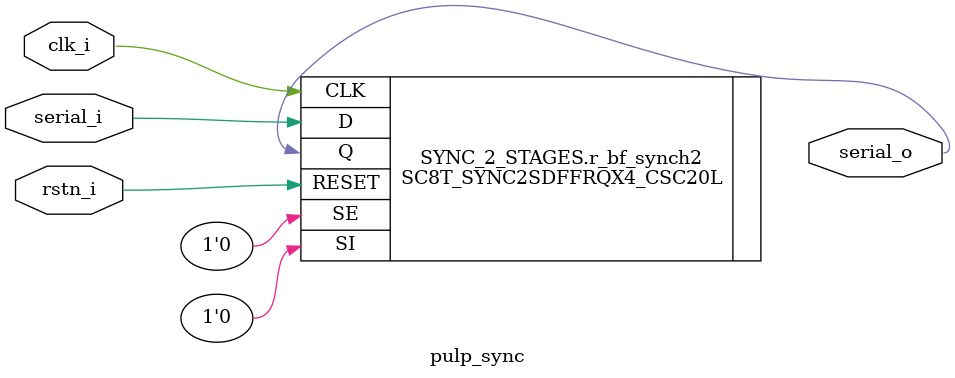
<source format=sv>


module pulp_sync
#(
    parameter STAGES = 2
)
(
    input  logic clk_i,
    input  logic rstn_i,
    input  logic serial_i,
    output logic serial_o
);


generate
    case(STAGES)
    2: begin : SYNC_2_STAGES
        SC8T_SYNC2SDFFRQX4_CSC20L r_bf_synch2
        (
            .Q     ( serial_o ),
            .CLK   ( clk_i    ),
            .D     ( serial_i ),
            .RESET ( rstn_i   ),
            .SE    ( 1'b0     ),
            .SI    ( 1'b0     )
        );
    end

    3: begin : SYNC_3_STAGES
        SC8T_SYNC3SDFFRQX4_CSC20L r_bf_synch3
        (
            .Q     ( serial_o ),
            .CLK   ( clk_i    ),
            .D     ( serial_i ),
            .RESET ( rstn_i   ),
            .SE    ( 1'b0     ),
            .SI    ( 1'b0     )
        );
    end
    

    4: begin : SYNC_4_STAGES
        SC8T_SYNC4SDFFRQX4_CSC20L r_bf_synch4
        (
            .Q     ( serial_o ),
            .CLK   ( clk_i    ),
            .D     ( serial_i ),
            .RESET ( rstn_i   ),
            .SE    ( 1'b0     ),
            .SI    ( 1'b0     )
        );
    end

    endcase // STAGES
endgenerate

   
endmodule

</source>
